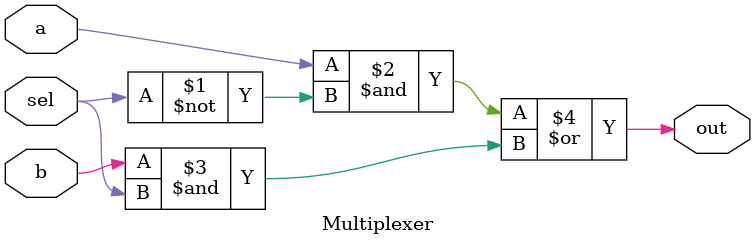
<source format=v>
module Multiplexer(

	input a,
	input b,
	input sel,
	
	output out
);

assign out = (a&~sel)|(b&sel);


endmodule

</source>
